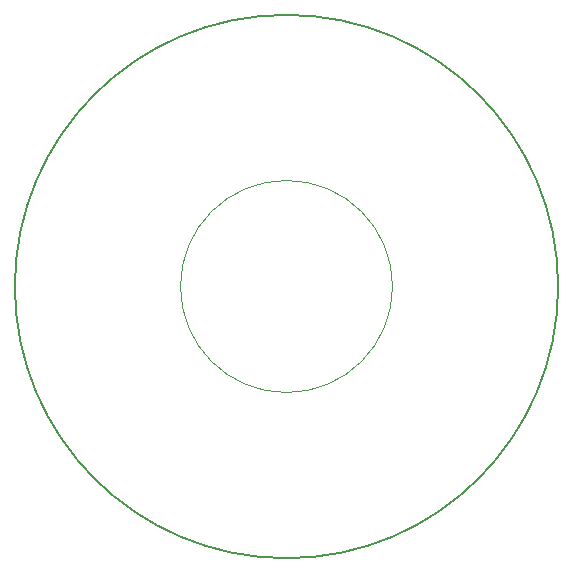
<source format=gbr>
%TF.GenerationSoftware,KiCad,Pcbnew,6.0.6-3a73a75311~116~ubuntu20.04.1*%
%TF.CreationDate,2022-09-27T10:12:32+01:00*%
%TF.ProjectId,UFOControlDeck,55464f43-6f6e-4747-926f-6c4465636b2e,rev?*%
%TF.SameCoordinates,Original*%
%TF.FileFunction,Profile,NP*%
%FSLAX46Y46*%
G04 Gerber Fmt 4.6, Leading zero omitted, Abs format (unit mm)*
G04 Created by KiCad (PCBNEW 6.0.6-3a73a75311~116~ubuntu20.04.1) date 2022-09-27 10:12:32*
%MOMM*%
%LPD*%
G01*
G04 APERTURE LIST*
%TA.AperFunction,Profile*%
%ADD10C,0.200000*%
%TD*%
%TA.AperFunction,Profile*%
%ADD11C,0.050000*%
%TD*%
G04 APERTURE END LIST*
D10*
X161664970Y-115264971D02*
G75*
G03*
X161664970Y-115264971I-22999999J0D01*
G01*
D11*
X147646032Y-115264971D02*
G75*
G03*
X147646032Y-115264971I-8981061J0D01*
G01*
M02*

</source>
